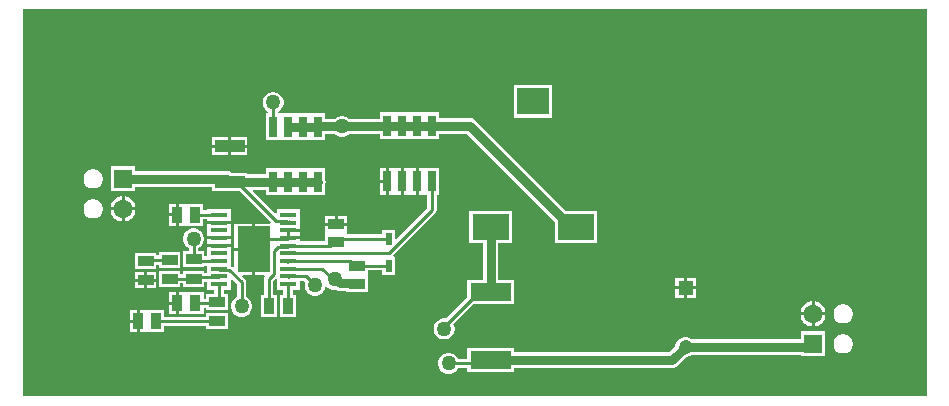
<source format=gtl>
G04*
G04 #@! TF.GenerationSoftware,Altium Limited,Altium Designer,24.0.1 (36)*
G04*
G04 Layer_Physical_Order=1*
G04 Layer_Color=255*
%FSLAX44Y44*%
%MOMM*%
G71*
G04*
G04 #@! TF.SameCoordinates,90447B52-5C6C-4E24-8687-CF59556E230F*
G04*
G04*
G04 #@! TF.FilePolarity,Positive*
G04*
G01*
G75*
%ADD13C,0.2540*%
%ADD15R,2.5000X1.0000*%
%ADD16R,2.7700X2.2600*%
%ADD17R,3.0700X2.2600*%
%ADD18R,0.7200X1.7800*%
%ADD19R,1.3500X0.8500*%
%ADD20R,0.9500X1.3500*%
%ADD21R,1.4500X0.4500*%
%ADD22R,2.7400X3.8600*%
%ADD23R,0.8500X1.3500*%
%ADD24R,1.3500X0.9500*%
%ADD25R,3.4200X1.5400*%
%ADD26R,0.5500X1.0500*%
%ADD41C,0.8000*%
%ADD42R,1.6000X1.6000*%
%ADD43C,1.6000*%
%ADD44R,1.2000X1.2000*%
%ADD45C,1.2000*%
%ADD46C,1.2700*%
G36*
X1296595Y439495D02*
X530935D01*
X530935Y767005D01*
X1296595D01*
X1296595Y439495D01*
D02*
G37*
%LPC*%
G36*
X979540Y703170D02*
X946760D01*
Y675490D01*
X979540D01*
Y703170D01*
D02*
G37*
G36*
X721160Y658810D02*
X707390D01*
Y652540D01*
X721160D01*
Y658810D01*
D02*
G37*
G36*
X704850D02*
X691080D01*
Y652540D01*
X704850D01*
Y658810D01*
D02*
G37*
G36*
X721160Y650000D02*
X707390D01*
Y643730D01*
X721160D01*
Y650000D01*
D02*
G37*
G36*
X704850D02*
X691080D01*
Y643730D01*
X704850D01*
Y650000D01*
D02*
G37*
G36*
X858730Y633200D02*
X857460Y633200D01*
X853440D01*
Y621760D01*
Y610320D01*
X857460D01*
X858310Y610320D01*
X859580Y610320D01*
X863600D01*
Y621760D01*
Y633200D01*
X859580D01*
X858730Y633200D01*
D02*
G37*
G36*
X838200Y633200D02*
X833330D01*
Y623030D01*
X838200D01*
Y633200D01*
D02*
G37*
G36*
X591609Y631610D02*
X589492D01*
X587447Y631062D01*
X585613Y630004D01*
X584116Y628507D01*
X583058Y626673D01*
X582510Y624628D01*
Y622511D01*
X583058Y620467D01*
X584116Y618633D01*
X585613Y617136D01*
X587447Y616078D01*
X589492Y615530D01*
X591609D01*
X593653Y616078D01*
X595487Y617136D01*
X596984Y618633D01*
X598042Y620467D01*
X598590Y622511D01*
Y624628D01*
X598042Y626673D01*
X596984Y628507D01*
X595487Y630004D01*
X593653Y631062D01*
X591609Y631610D01*
D02*
G37*
G36*
X846030Y633200D02*
X844760Y633200D01*
X840740D01*
Y621760D01*
Y610320D01*
X844760D01*
X845610Y610320D01*
X846880Y610320D01*
X850900D01*
Y621760D01*
Y633200D01*
X846880D01*
X846030Y633200D01*
D02*
G37*
G36*
X838200Y620490D02*
X833330D01*
Y610320D01*
X838200D01*
Y620490D01*
D02*
G37*
G36*
X617338Y608710D02*
X617220D01*
Y599440D01*
X626490D01*
Y599558D01*
X625772Y602238D01*
X624384Y604642D01*
X622422Y606604D01*
X620018Y607992D01*
X617338Y608710D01*
D02*
G37*
G36*
X614680D02*
X614562D01*
X611882Y607992D01*
X609478Y606604D01*
X607516Y604642D01*
X606128Y602238D01*
X605410Y599558D01*
Y599440D01*
X614680D01*
Y608710D01*
D02*
G37*
G36*
X660520Y602380D02*
X654500D01*
Y594360D01*
X660520D01*
Y602380D01*
D02*
G37*
G36*
X591609Y606210D02*
X589492D01*
X587447Y605662D01*
X585613Y604604D01*
X584116Y603107D01*
X583058Y601273D01*
X582510Y599229D01*
Y597112D01*
X583058Y595067D01*
X584116Y593233D01*
X585613Y591736D01*
X587447Y590678D01*
X589492Y590130D01*
X591609D01*
X593653Y590678D01*
X595487Y591736D01*
X596984Y593233D01*
X598042Y595067D01*
X598590Y597112D01*
Y599229D01*
X598042Y601273D01*
X596984Y603107D01*
X595487Y604604D01*
X593653Y605662D01*
X591609Y606210D01*
D02*
G37*
G36*
X669500Y602380D02*
X668230Y602380D01*
X663060D01*
Y593090D01*
Y583800D01*
X668230D01*
X669080Y583800D01*
X670350Y583800D01*
X684080D01*
Y589245D01*
X687400D01*
Y587900D01*
X706980D01*
Y588340D01*
Y597920D01*
X687400D01*
Y597015D01*
X684080D01*
Y602380D01*
X670350D01*
X669500Y602380D01*
D02*
G37*
G36*
X626490Y596900D02*
X617220D01*
Y587630D01*
X617338D01*
X620018Y588348D01*
X622422Y589736D01*
X624384Y591698D01*
X625772Y594102D01*
X626490Y596782D01*
Y596900D01*
D02*
G37*
G36*
X614680D02*
X605410D01*
Y596782D01*
X606128Y594102D01*
X607516Y591698D01*
X609478Y589736D01*
X611882Y588348D01*
X614562Y587630D01*
X614680D01*
Y596900D01*
D02*
G37*
G36*
X805580Y592520D02*
X797560D01*
Y586500D01*
X805580D01*
Y592520D01*
D02*
G37*
G36*
X790810Y592595D02*
X790435Y592520D01*
X787000D01*
Y589085D01*
X786925Y588710D01*
X787000Y588335D01*
Y586500D01*
X795020D01*
Y592520D01*
X791185D01*
X790810Y592595D01*
D02*
G37*
G36*
X660520Y591820D02*
X654500D01*
Y583800D01*
X660520D01*
Y591820D01*
D02*
G37*
G36*
X706980Y585360D02*
X687400D01*
Y581840D01*
Y575340D01*
Y574900D01*
X706980D01*
Y575340D01*
Y581840D01*
Y585360D01*
D02*
G37*
G36*
X744120Y697230D02*
X741780D01*
X739519Y696624D01*
X737491Y695454D01*
X735836Y693799D01*
X734666Y691771D01*
X734060Y689510D01*
Y687170D01*
X734666Y684909D01*
X735836Y682881D01*
X737491Y681226D01*
X738680Y680540D01*
X738340Y679270D01*
X736742D01*
Y656390D01*
X749023D01*
X749023Y656390D01*
X749443D01*
Y656390D01*
X750293Y656390D01*
X761722D01*
Y656390D01*
X762143D01*
Y656390D01*
X774423D01*
Y656390D01*
X774843D01*
Y656390D01*
X787122D01*
Y661424D01*
X795394D01*
X795911Y660906D01*
X797939Y659736D01*
X800200Y659130D01*
X802540D01*
X804801Y659736D01*
X806829Y660906D01*
X807346Y661424D01*
X833330D01*
Y657120D01*
X845610D01*
Y657120D01*
X846030D01*
Y657120D01*
X858310D01*
Y657120D01*
X858730D01*
Y657120D01*
X871010D01*
Y657120D01*
X871430D01*
Y657120D01*
X883710D01*
Y661964D01*
X906788D01*
X981310Y587441D01*
Y569090D01*
X1017090D01*
Y596770D01*
X990639D01*
X914184Y673224D01*
X912818Y674273D01*
X911227Y674932D01*
X909520Y675156D01*
X883710D01*
Y680000D01*
X871430D01*
Y680000D01*
X871010D01*
Y680000D01*
X858730D01*
Y680000D01*
X858310D01*
Y680000D01*
X846030D01*
Y680000D01*
X845610D01*
Y680000D01*
X833330D01*
Y674616D01*
X807346D01*
X806829Y675134D01*
X804801Y676304D01*
X802540Y676910D01*
X800200D01*
X797939Y676304D01*
X795911Y675134D01*
X795394Y674616D01*
X787122D01*
Y679270D01*
X774843D01*
Y679270D01*
X774423D01*
Y679270D01*
X762143D01*
Y679270D01*
X761722D01*
Y679270D01*
X750293D01*
X749443Y679270D01*
Y679270D01*
X749023D01*
Y679270D01*
X747560D01*
X747220Y680540D01*
X748409Y681226D01*
X750064Y682881D01*
X751234Y684909D01*
X751840Y687170D01*
Y689510D01*
X751234Y691771D01*
X750064Y693799D01*
X748409Y695454D01*
X746381Y696624D01*
X744120Y697230D01*
D02*
G37*
G36*
X706980Y572360D02*
X687400D01*
Y568840D01*
Y568400D01*
X706980D01*
Y568840D01*
Y572360D01*
D02*
G37*
G36*
X725170Y585720D02*
X710200D01*
Y565150D01*
X725170D01*
Y585720D01*
D02*
G37*
G36*
X664610Y561770D02*
X646030D01*
Y558865D01*
X644290D01*
Y561140D01*
X625710D01*
Y547560D01*
X644290D01*
Y551095D01*
X646030D01*
Y548190D01*
X664610D01*
Y561770D01*
D02*
G37*
G36*
X676810Y581660D02*
X674470D01*
X672209Y581054D01*
X670181Y579884D01*
X668526Y578229D01*
X667356Y576201D01*
X666750Y573940D01*
Y571600D01*
X667356Y569339D01*
X668526Y567311D01*
X670181Y565656D01*
X671755Y564748D01*
Y562410D01*
X666350D01*
Y548830D01*
X684930D01*
Y550245D01*
X687400D01*
Y544035D01*
X684930D01*
Y545910D01*
X666350D01*
Y543005D01*
X664610D01*
Y545270D01*
X646030D01*
Y531690D01*
X664610D01*
Y535182D01*
X664881Y535235D01*
X666350D01*
Y532330D01*
X684930D01*
Y536266D01*
X687400D01*
Y529840D01*
X693305D01*
Y526210D01*
X686488D01*
Y522045D01*
X684200D01*
Y527450D01*
X670470D01*
X669620Y527450D01*
X668350Y527450D01*
X663180D01*
Y518160D01*
Y508870D01*
X668350D01*
X669200Y508870D01*
X670470Y508870D01*
X684200D01*
Y514275D01*
X686488D01*
Y512630D01*
X705068D01*
Y526210D01*
X701075D01*
Y529840D01*
X706980D01*
Y538312D01*
X708153Y538798D01*
X712395Y534556D01*
Y523643D01*
X710821Y522734D01*
X709166Y521079D01*
X707996Y519051D01*
X707390Y516790D01*
Y514450D01*
X707996Y512189D01*
X709166Y510161D01*
X710821Y508506D01*
X712849Y507336D01*
X715110Y506730D01*
X717450D01*
X719711Y507336D01*
X721739Y508506D01*
X723394Y510161D01*
X724564Y512189D01*
X725170Y514450D01*
Y516790D01*
X724564Y519051D01*
X723394Y521079D01*
X721739Y522734D01*
X720165Y523643D01*
Y536165D01*
X719869Y537651D01*
X719027Y538911D01*
X717072Y540867D01*
X717558Y542040D01*
X725170D01*
Y562610D01*
X710200D01*
Y549398D01*
X709027Y548912D01*
X708541Y549397D01*
X707281Y550239D01*
X706980Y550299D01*
Y562340D01*
Y565860D01*
X687400D01*
Y558015D01*
X684930D01*
Y562410D01*
X679525D01*
Y564748D01*
X681099Y565656D01*
X682754Y567311D01*
X683924Y569339D01*
X684530Y571600D01*
Y573940D01*
X683924Y576201D01*
X682754Y578229D01*
X681099Y579884D01*
X679071Y581054D01*
X676810Y581660D01*
D02*
G37*
G36*
X626490Y634110D02*
X605410D01*
Y613030D01*
X626490D01*
Y616974D01*
X691080D01*
Y613730D01*
X714256D01*
X741093Y586893D01*
X740607Y585720D01*
X727710D01*
Y563880D01*
Y542040D01*
X735095D01*
X735773Y540770D01*
X735561Y540452D01*
X735265Y538965D01*
Y524910D01*
X732360D01*
Y506330D01*
X745940D01*
Y524910D01*
X743035D01*
Y537356D01*
X744727Y539049D01*
X745900Y538563D01*
Y529840D01*
X751805D01*
Y524910D01*
X748860D01*
Y506330D01*
X762440D01*
Y524910D01*
X759575D01*
Y529840D01*
X765480D01*
Y537246D01*
X769171D01*
X770090Y536326D01*
X769620Y534570D01*
Y532230D01*
X770226Y529969D01*
X771396Y527941D01*
X773051Y526286D01*
X775079Y525116D01*
X777340Y524510D01*
X779680D01*
X781941Y525116D01*
X783969Y526286D01*
X785624Y527941D01*
X786794Y529969D01*
X787295Y531837D01*
X788294Y532249D01*
X788670Y532258D01*
X789561Y531366D01*
X791589Y530196D01*
X793850Y529590D01*
X796099D01*
X796407Y529354D01*
X797998Y528695D01*
X799705Y528470D01*
X804780D01*
Y527620D01*
X823360D01*
Y542200D01*
X823360D01*
Y542620D01*
X823360D01*
Y546025D01*
X835450D01*
Y542120D01*
X846030D01*
Y557700D01*
X845444D01*
X844918Y558970D01*
X880317Y594369D01*
X881159Y595629D01*
X881455Y597116D01*
Y610320D01*
X883710D01*
Y633200D01*
X872280D01*
X871430Y633200D01*
X870160Y633200D01*
X866140D01*
Y621760D01*
Y610320D01*
X870160D01*
X871010Y610320D01*
X872280Y610320D01*
X873685D01*
Y598725D01*
X847203Y572243D01*
X846030Y572729D01*
Y580700D01*
X835450D01*
Y576795D01*
X805881D01*
X805580Y577940D01*
X805580Y578790D01*
Y583960D01*
X796290D01*
X787000D01*
Y578790D01*
X787000Y577940D01*
X787000Y576670D01*
Y571015D01*
X765480D01*
Y572360D01*
X755690D01*
Y574900D01*
X765480D01*
Y578860D01*
X755690D01*
Y581400D01*
X765480D01*
Y581840D01*
Y588340D01*
Y597920D01*
X745900D01*
Y594733D01*
X744727Y594247D01*
X725714Y613260D01*
X726199Y614434D01*
X736742D01*
Y609590D01*
X749023D01*
Y609590D01*
X749443D01*
Y609590D01*
X761722D01*
Y609590D01*
X762143D01*
Y609590D01*
X774423D01*
Y609590D01*
X774843D01*
Y609590D01*
X787122D01*
Y618763D01*
X787354Y619323D01*
X787579Y621030D01*
X787354Y622737D01*
X787122Y623297D01*
Y632470D01*
X774843D01*
Y632470D01*
X774423D01*
Y632470D01*
X762143D01*
Y632470D01*
X761722D01*
Y632470D01*
X749443D01*
Y632470D01*
X749023D01*
Y632470D01*
X736742D01*
Y627626D01*
X721160D01*
Y628810D01*
X708244D01*
X707628Y629283D01*
X706037Y629942D01*
X704330Y630166D01*
X626490D01*
Y634110D01*
D02*
G37*
G36*
X644290Y544640D02*
X636270D01*
Y539120D01*
X644290D01*
Y544640D01*
D02*
G37*
G36*
X633730D02*
X625710D01*
Y539120D01*
X633730D01*
Y544640D01*
D02*
G37*
G36*
X1100740Y539870D02*
X1093470D01*
Y532600D01*
X1100740D01*
Y539870D01*
D02*
G37*
G36*
X1090930D02*
X1083660D01*
Y532600D01*
X1090930D01*
Y539870D01*
D02*
G37*
G36*
X644290Y536580D02*
X636270D01*
Y531060D01*
X644290D01*
Y536580D01*
D02*
G37*
G36*
X633730D02*
X625710D01*
Y531060D01*
X633730D01*
Y536580D01*
D02*
G37*
G36*
X1100740Y530060D02*
X1093470D01*
Y522790D01*
X1100740D01*
Y530060D01*
D02*
G37*
G36*
X1090930D02*
X1083660D01*
Y522790D01*
X1090930D01*
Y530060D01*
D02*
G37*
G36*
X660640Y527450D02*
X654620D01*
Y519430D01*
X660640D01*
Y527450D01*
D02*
G37*
G36*
X1201538Y519810D02*
X1201420D01*
Y510540D01*
X1210690D01*
Y510658D01*
X1209972Y513338D01*
X1208584Y515742D01*
X1206622Y517704D01*
X1204218Y519092D01*
X1201538Y519810D01*
D02*
G37*
G36*
X1198880D02*
X1198762D01*
X1196082Y519092D01*
X1193678Y517704D01*
X1191716Y515742D01*
X1190328Y513338D01*
X1189610Y510658D01*
Y510540D01*
X1198880D01*
Y519810D01*
D02*
G37*
G36*
X660640Y516890D02*
X654620D01*
Y508870D01*
X660640D01*
Y516890D01*
D02*
G37*
G36*
X944990Y596770D02*
X909210D01*
Y569090D01*
X920504D01*
Y538250D01*
X907460D01*
Y523264D01*
X889496Y505300D01*
X888900Y505460D01*
X886560D01*
X884299Y504854D01*
X882271Y503684D01*
X880616Y502029D01*
X879446Y500001D01*
X878840Y497740D01*
Y495400D01*
X879446Y493139D01*
X880616Y491111D01*
X882271Y489456D01*
X884299Y488286D01*
X886560Y487680D01*
X888900D01*
X891161Y488286D01*
X893189Y489456D01*
X894844Y491111D01*
X896014Y493139D01*
X896620Y495400D01*
Y497740D01*
X896014Y500001D01*
X895711Y500527D01*
X912954Y517770D01*
X946740D01*
Y538250D01*
X933696D01*
Y569090D01*
X944990D01*
Y596770D01*
D02*
G37*
G36*
X627500Y512210D02*
X621480D01*
Y504190D01*
X627500D01*
Y512210D01*
D02*
G37*
G36*
X1226609Y517310D02*
X1224492D01*
X1222447Y516762D01*
X1220613Y515704D01*
X1219116Y514207D01*
X1218058Y512373D01*
X1217510Y510328D01*
Y508212D01*
X1218058Y506167D01*
X1219116Y504333D01*
X1220613Y502836D01*
X1222447Y501778D01*
X1224492Y501230D01*
X1226609D01*
X1228653Y501778D01*
X1230487Y502836D01*
X1231984Y504333D01*
X1233042Y506167D01*
X1233590Y508212D01*
Y510328D01*
X1233042Y512373D01*
X1231984Y514207D01*
X1230487Y515704D01*
X1228653Y516762D01*
X1226609Y517310D01*
D02*
G37*
G36*
X1210690Y508000D02*
X1201420D01*
Y498730D01*
X1201538D01*
X1204218Y499448D01*
X1206622Y500836D01*
X1208584Y502798D01*
X1209972Y505202D01*
X1210690Y507882D01*
Y508000D01*
D02*
G37*
G36*
X1198880D02*
X1189610D01*
Y507882D01*
X1190328Y505202D01*
X1191716Y502798D01*
X1193678Y500836D01*
X1196082Y499448D01*
X1198762Y498730D01*
X1198880D01*
Y508000D01*
D02*
G37*
G36*
X636480Y512210D02*
X635210Y512210D01*
X630040D01*
Y502920D01*
Y493630D01*
X635210D01*
X636060Y493630D01*
X637330Y493630D01*
X651060D01*
Y499035D01*
X686488D01*
Y496130D01*
X705068D01*
Y509710D01*
X686488D01*
Y506805D01*
X651060D01*
Y512210D01*
X637330D01*
X636480Y512210D01*
D02*
G37*
G36*
X627500Y501650D02*
X621480D01*
Y493630D01*
X627500D01*
Y501650D01*
D02*
G37*
G36*
X1210690Y494410D02*
X1189610D01*
Y487926D01*
X1097681D01*
X1097444Y488164D01*
X1095496Y489288D01*
X1093324Y489870D01*
X1091076D01*
X1088904Y489288D01*
X1086956Y488164D01*
X1085366Y486574D01*
X1084242Y484626D01*
X1083660Y482454D01*
Y482119D01*
X1078348Y476806D01*
X946740D01*
Y480450D01*
X907460D01*
Y471245D01*
X899563D01*
X898654Y472819D01*
X896999Y474474D01*
X894971Y475644D01*
X892710Y476250D01*
X890370D01*
X888109Y475644D01*
X886081Y474474D01*
X884426Y472819D01*
X883256Y470791D01*
X882650Y468530D01*
Y466190D01*
X883256Y463929D01*
X884426Y461901D01*
X886081Y460246D01*
X888109Y459076D01*
X890370Y458470D01*
X892710D01*
X894971Y459076D01*
X896999Y460246D01*
X898654Y461901D01*
X899563Y463475D01*
X907460D01*
Y459970D01*
X946740D01*
Y463613D01*
X1081080D01*
X1082787Y463838D01*
X1084378Y464497D01*
X1085744Y465546D01*
X1092989Y472790D01*
X1093324D01*
X1095496Y473372D01*
X1097444Y474496D01*
X1097681Y474734D01*
X1189610D01*
Y473330D01*
X1210690D01*
Y494410D01*
D02*
G37*
G36*
X1226609Y491910D02*
X1224492D01*
X1222447Y491362D01*
X1220613Y490304D01*
X1219116Y488807D01*
X1218058Y486973D01*
X1217510Y484929D01*
Y482812D01*
X1218058Y480767D01*
X1219116Y478933D01*
X1220613Y477436D01*
X1222447Y476378D01*
X1224492Y475830D01*
X1226609D01*
X1228653Y476378D01*
X1230487Y477436D01*
X1231984Y478933D01*
X1233042Y480767D01*
X1233590Y482812D01*
Y484929D01*
X1233042Y486973D01*
X1231984Y488807D01*
X1230487Y490304D01*
X1228653Y491362D01*
X1226609Y491910D01*
D02*
G37*
%LPD*%
D13*
X675640Y557173D02*
Y572770D01*
X742916Y667864D02*
Y688306D01*
X742883Y667830D02*
X742916Y667864D01*
Y688306D02*
X742950Y688340D01*
X807850Y554130D02*
X812070Y549910D01*
X755690Y554130D02*
X807850D01*
X812070Y549910D02*
X814070D01*
X704330Y623570D02*
X705600Y624840D01*
X706120Y624320D01*
X784391Y547630D02*
X793541Y538480D01*
X795020D01*
X755690Y541130D02*
X770780D01*
X755690D02*
X756670Y540150D01*
X770780Y541130D02*
X778510Y533400D01*
X755690Y547630D02*
X784391D01*
X676790Y593130D02*
X697190D01*
X891540Y467360D02*
X924250D01*
X927100Y470210D01*
X1197610Y481330D02*
X1200150Y483870D01*
X716280Y515620D02*
Y536165D01*
X697190Y547630D02*
X698170Y546650D01*
X705794D01*
X716280Y536165D01*
X887730Y496570D02*
Y498040D01*
X917700Y528010D01*
X927100D01*
X995150Y582930D02*
X999200D01*
X643770Y502920D02*
X695778D01*
X676910Y518160D02*
X694873D01*
X655320Y538480D02*
X655863Y539023D01*
X664489Y539120D02*
X675640D01*
X664392Y539023D02*
X664489Y539120D01*
X655863Y539023D02*
X664392D01*
X676670Y540150D02*
X696210D01*
X697190Y541130D01*
X635630Y554980D02*
X655320D01*
X635000Y554350D02*
X635630Y554980D01*
X643770Y502920D02*
X643890Y503040D01*
X694873Y518160D02*
X697190Y520477D01*
Y534630D01*
X675640Y555620D02*
X677130Y554130D01*
X697190D01*
X692190Y534630D02*
X697190D01*
X838930Y668020D02*
X839470Y668560D01*
X780983Y667864D02*
X781139Y668020D01*
X841084Y560630D02*
X877570Y597116D01*
Y621760D01*
X755690Y560630D02*
X841084D01*
X754710Y566150D02*
X755690Y567130D01*
X747086Y566150D02*
X754710D01*
X743410Y562474D02*
X747086Y566150D01*
X743410Y543226D02*
Y562474D01*
X739150Y538965D02*
X743410Y543226D01*
X739150Y515620D02*
Y538965D01*
X755650Y515620D02*
X755690Y515660D01*
Y534630D01*
X735210Y572650D02*
X754710D01*
X726440Y563880D02*
X735210Y572650D01*
X790930Y567130D02*
X796710Y572910D01*
X755690Y567130D02*
X790930D01*
X796710Y572910D02*
X840740D01*
X814070Y549910D02*
X840740D01*
X754710Y553150D02*
X755690Y554130D01*
X754710Y572650D02*
X755690Y573630D01*
Y580130D02*
X756670Y581110D01*
X755690Y586630D02*
X756670Y587610D01*
X712450Y621030D02*
X745870Y587610D01*
X754710D01*
X755690Y586630D01*
Y534630D02*
X760690D01*
X755690Y573630D02*
Y580130D01*
X790810Y588710D02*
X794290Y585230D01*
X796290D01*
X675258Y593090D02*
X675298Y593130D01*
D15*
X706120Y621270D02*
D03*
Y651270D02*
D03*
D16*
X963150Y689330D02*
D03*
D17*
X999200Y582930D02*
D03*
X927100D02*
D03*
D18*
X877570Y668560D02*
D03*
X864870D02*
D03*
X852170D02*
D03*
X839470D02*
D03*
X877570Y621760D02*
D03*
X864870D02*
D03*
X852170D02*
D03*
X839470D02*
D03*
X780983Y667830D02*
D03*
X768282D02*
D03*
X755583D02*
D03*
X742883D02*
D03*
X780983Y621030D02*
D03*
X768282D02*
D03*
X755583D02*
D03*
X742883D02*
D03*
D19*
X635000Y537850D02*
D03*
Y554350D02*
D03*
X675640Y539120D02*
D03*
Y555620D02*
D03*
X655320Y554980D02*
D03*
Y538480D02*
D03*
X695778Y502920D02*
D03*
Y519420D02*
D03*
D20*
X676910Y518160D02*
D03*
X661910D02*
D03*
X628770Y502920D02*
D03*
X643770D02*
D03*
X676790Y593090D02*
D03*
X661790D02*
D03*
D21*
X697190Y593130D02*
D03*
Y586630D02*
D03*
Y580130D02*
D03*
Y573630D02*
D03*
Y567130D02*
D03*
Y560630D02*
D03*
Y554130D02*
D03*
Y547630D02*
D03*
Y541130D02*
D03*
Y534630D02*
D03*
X755690D02*
D03*
Y541130D02*
D03*
Y547630D02*
D03*
Y554130D02*
D03*
Y560630D02*
D03*
Y567130D02*
D03*
Y573630D02*
D03*
Y580130D02*
D03*
Y586630D02*
D03*
Y593130D02*
D03*
D22*
X726440Y563880D02*
D03*
D23*
X755650Y515620D02*
D03*
X739150D02*
D03*
D24*
X814070Y549910D02*
D03*
Y534910D02*
D03*
X796290Y570230D02*
D03*
Y585230D02*
D03*
D25*
X927100Y528010D02*
D03*
Y470210D02*
D03*
D26*
X840740Y549910D02*
D03*
Y572910D02*
D03*
D41*
X615950Y623570D02*
X704330D01*
X799705Y535067D02*
X813913D01*
X814070Y534910D01*
X796292Y538480D02*
X799705Y535067D01*
X795020Y538480D02*
X796292D01*
X1081080Y470210D02*
X1092200Y481330D01*
X927100Y470210D02*
X1081080D01*
X1092200Y481330D02*
X1197610D01*
X927100Y528010D02*
Y582930D01*
X909520Y668560D02*
X995150Y582930D01*
X877570Y668560D02*
X909520D01*
X801370Y668020D02*
X838930D01*
X781139D02*
X801370D01*
X768282Y667830D02*
X780983D01*
X755583D02*
X768282D01*
X864870Y668560D02*
X877570D01*
X852170D02*
X864870D01*
X839470D02*
X852170D01*
X712450Y621030D02*
X742883D01*
X768282D02*
X780983D01*
X755583D02*
X768282D01*
X742883D02*
X755583D01*
D42*
X1200150Y483870D02*
D03*
X615950Y623570D02*
D03*
D43*
X1200150Y509270D02*
D03*
X615950Y598170D02*
D03*
D44*
X1092200Y531330D02*
D03*
D45*
Y481330D02*
D03*
D46*
X675640Y572770D02*
D03*
X742950Y688340D02*
D03*
X795020Y538480D02*
D03*
X778510Y533400D02*
D03*
X891540Y467360D02*
D03*
X716280Y515620D02*
D03*
X887730Y496570D02*
D03*
X801370Y668020D02*
D03*
M02*

</source>
